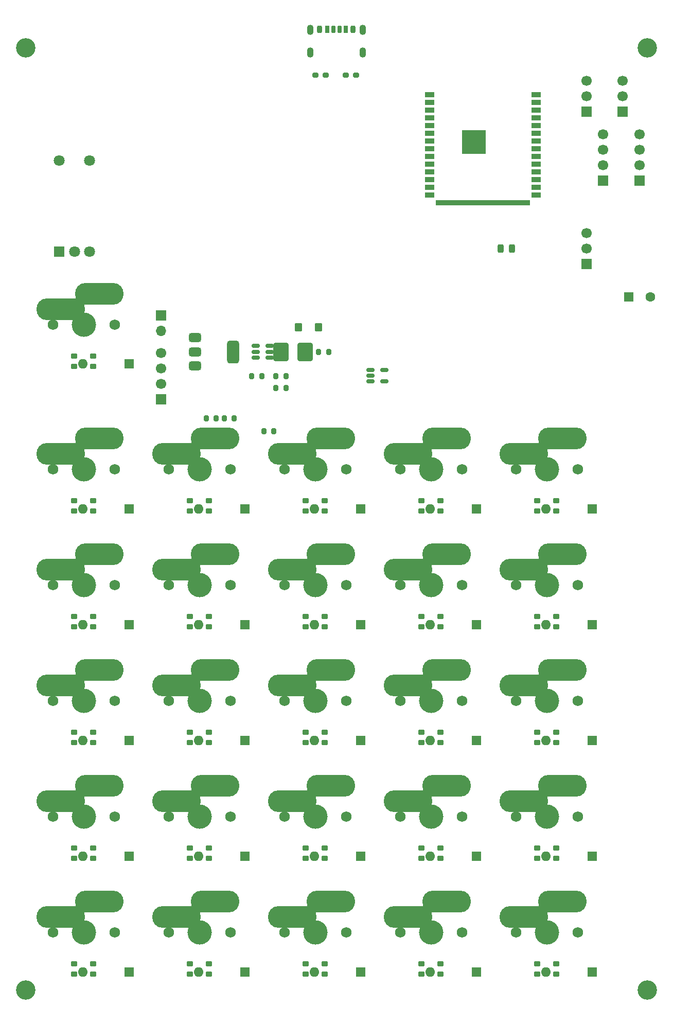
<source format=gbr>
%TF.GenerationSoftware,KiCad,Pcbnew,9.0.7*%
%TF.CreationDate,2026-03-01T07:38:40-05:00*%
%TF.ProjectId,Macropad,4d616372-6f70-4616-942e-6b696361645f,rev?*%
%TF.SameCoordinates,Original*%
%TF.FileFunction,Soldermask,Top*%
%TF.FilePolarity,Negative*%
%FSLAX46Y46*%
G04 Gerber Fmt 4.6, Leading zero omitted, Abs format (unit mm)*
G04 Created by KiCad (PCBNEW 9.0.7) date 2026-03-01 07:38:40*
%MOMM*%
%LPD*%
G01*
G04 APERTURE LIST*
G04 Aperture macros list*
%AMRoundRect*
0 Rectangle with rounded corners*
0 $1 Rounding radius*
0 $2 $3 $4 $5 $6 $7 $8 $9 X,Y pos of 4 corners*
0 Add a 4 corners polygon primitive as box body*
4,1,4,$2,$3,$4,$5,$6,$7,$8,$9,$2,$3,0*
0 Add four circle primitives for the rounded corners*
1,1,$1+$1,$2,$3*
1,1,$1+$1,$4,$5*
1,1,$1+$1,$6,$7*
1,1,$1+$1,$8,$9*
0 Add four rect primitives between the rounded corners*
20,1,$1+$1,$2,$3,$4,$5,0*
20,1,$1+$1,$4,$5,$6,$7,0*
20,1,$1+$1,$6,$7,$8,$9,0*
20,1,$1+$1,$8,$9,$2,$3,0*%
G04 Aperture macros list end*
%ADD10RoundRect,0.160000X-0.390000X-0.240000X0.390000X-0.240000X0.390000X0.240000X-0.390000X0.240000X0*%
%ADD11R,1.700000X1.700000*%
%ADD12C,1.700000*%
%ADD13C,1.750000*%
%ADD14C,4.000000*%
%ADD15O,8.000000X3.600000*%
%ADD16R,1.600000X1.600000*%
%ADD17C,1.600000*%
%ADD18C,3.200000*%
%ADD19RoundRect,0.200000X-0.200000X-0.275000X0.200000X-0.275000X0.200000X0.275000X-0.200000X0.275000X0*%
%ADD20RoundRect,0.150000X-0.512500X-0.150000X0.512500X-0.150000X0.512500X0.150000X-0.512500X0.150000X0*%
%ADD21O,1.700000X1.700000*%
%ADD22RoundRect,0.250000X-1.000000X-1.250000X1.000000X-1.250000X1.000000X1.250000X-1.000000X1.250000X0*%
%ADD23RoundRect,0.243750X-0.243750X-0.456250X0.243750X-0.456250X0.243750X0.456250X-0.243750X0.456250X0*%
%ADD24RoundRect,0.200000X0.275000X-0.200000X0.275000X0.200000X-0.275000X0.200000X-0.275000X-0.200000X0*%
%ADD25RoundRect,0.175000X-0.175000X-0.425000X0.175000X-0.425000X0.175000X0.425000X-0.175000X0.425000X0*%
%ADD26RoundRect,0.190000X0.190000X0.410000X-0.190000X0.410000X-0.190000X-0.410000X0.190000X-0.410000X0*%
%ADD27RoundRect,0.200000X0.200000X0.400000X-0.200000X0.400000X-0.200000X-0.400000X0.200000X-0.400000X0*%
%ADD28RoundRect,0.175000X0.175000X0.425000X-0.175000X0.425000X-0.175000X-0.425000X0.175000X-0.425000X0*%
%ADD29RoundRect,0.190000X-0.190000X-0.410000X0.190000X-0.410000X0.190000X0.410000X-0.190000X0.410000X0*%
%ADD30RoundRect,0.200000X-0.200000X-0.400000X0.200000X-0.400000X0.200000X0.400000X-0.200000X0.400000X0*%
%ADD31O,1.100000X1.700000*%
%ADD32RoundRect,0.240000X-0.360000X-0.460000X0.360000X-0.460000X0.360000X0.460000X-0.360000X0.460000X0*%
%ADD33RoundRect,0.375000X-0.625000X-0.375000X0.625000X-0.375000X0.625000X0.375000X-0.625000X0.375000X0*%
%ADD34RoundRect,0.500000X-0.500000X-1.400000X0.500000X-1.400000X0.500000X1.400000X-0.500000X1.400000X0*%
%ADD35R,1.800000X1.800000*%
%ADD36C,1.800000*%
%ADD37R,1.500000X0.900000*%
%ADD38R,3.900000X3.900000*%
%ADD39O,1.600000X1.600000*%
%ADD40C,0.350000*%
%ADD41O,0.600000X1.200000*%
G04 APERTURE END LIST*
D10*
%TO.C,RGB1*%
X7975000Y-14675000D03*
X11075000Y-14675000D03*
X11075000Y-16375000D03*
X7975000Y-16375000D03*
%TD*%
D11*
%TO.C,J202*%
X92250000Y25460000D03*
D12*
X92250000Y28000000D03*
X92250000Y30540000D03*
%TD*%
D13*
%TO.C,SW26*%
X80645000Y-109538000D03*
D14*
X85725000Y-109538000D03*
D13*
X90805000Y-109538000D03*
D15*
X81915000Y-106998000D03*
X88265000Y-104458000D03*
%TD*%
D13*
%TO.C,SW14*%
X42545000Y-71438000D03*
D14*
X47625000Y-71438000D03*
D13*
X52705000Y-71438000D03*
D15*
X43815000Y-68898000D03*
X50165000Y-66358000D03*
%TD*%
D16*
%TO.C,C401*%
X99250000Y-5000000D03*
D17*
X102750000Y-5000000D03*
%TD*%
D10*
%TO.C,RGB2*%
X7975000Y-38487000D03*
X11075000Y-38487000D03*
X11075000Y-40187000D03*
X7975000Y-40187000D03*
%TD*%
%TO.C,RGB26*%
X84175000Y-114688000D03*
X87275000Y-114688000D03*
X87275000Y-116388000D03*
X84175000Y-116388000D03*
%TD*%
D18*
%TO.C,H4*%
X102250000Y-119000000D03*
%TD*%
D10*
%TO.C,RGB7*%
X7975000Y-57538000D03*
X11075000Y-57538000D03*
X11075000Y-59238000D03*
X7975000Y-59238000D03*
%TD*%
%TO.C,RGB22*%
X7975000Y-114688000D03*
X11075000Y-114688000D03*
X11075000Y-116388000D03*
X7975000Y-116388000D03*
%TD*%
D19*
%TO.C,C402*%
X32675000Y-25000000D03*
X34325000Y-25000000D03*
%TD*%
D13*
%TO.C,SW10*%
X61595000Y-52388000D03*
D14*
X66675000Y-52388000D03*
D13*
X71755000Y-52388000D03*
D15*
X62865000Y-49848000D03*
X69215000Y-47308000D03*
%TD*%
D13*
%TO.C,SW23*%
X23495000Y-109538000D03*
D14*
X28575000Y-109538000D03*
D13*
X33655000Y-109538000D03*
D15*
X24765000Y-106998000D03*
X31115000Y-104458000D03*
%TD*%
D10*
%TO.C,RGB21*%
X84175000Y-95637000D03*
X87275000Y-95637000D03*
X87275000Y-97337000D03*
X84175000Y-97337000D03*
%TD*%
%TO.C,RGB15*%
X65125000Y-76588000D03*
X68225000Y-76588000D03*
X68225000Y-78288000D03*
X65125000Y-78288000D03*
%TD*%
D20*
%TO.C,U403*%
X56725000Y-17000000D03*
X56725000Y-17950000D03*
X56725000Y-18900000D03*
X59000000Y-18900000D03*
X59000000Y-17000000D03*
%TD*%
D13*
%TO.C,SW21*%
X80645000Y-90487000D03*
D14*
X85725000Y-90487000D03*
D13*
X90805000Y-90487000D03*
D15*
X81915000Y-87947000D03*
X88265000Y-85407000D03*
%TD*%
D11*
%TO.C,J303*%
X101000000Y14190000D03*
D12*
X101000000Y16730000D03*
X101000000Y19270000D03*
X101000000Y21810000D03*
%TD*%
D19*
%TO.C,C404*%
X37175000Y-18000000D03*
X38825000Y-18000000D03*
%TD*%
D13*
%TO.C,SW16*%
X80645000Y-71438000D03*
D14*
X85725000Y-71438000D03*
D13*
X90805000Y-71438000D03*
D15*
X81915000Y-68898000D03*
X88265000Y-66358000D03*
%TD*%
D10*
%TO.C,RGB23*%
X27025000Y-114688000D03*
X30125000Y-114688000D03*
X30125000Y-116388000D03*
X27025000Y-116388000D03*
%TD*%
D11*
%TO.C,J301*%
X92250000Y460000D03*
D12*
X92250000Y3000000D03*
X92250000Y5540000D03*
%TD*%
D10*
%TO.C,RGB16*%
X84175000Y-76588000D03*
X87275000Y-76588000D03*
X87275000Y-78288000D03*
X84175000Y-78288000D03*
%TD*%
D19*
%TO.C,R404*%
X39175000Y-27050000D03*
X40825000Y-27050000D03*
%TD*%
D10*
%TO.C,RGB8*%
X27025000Y-57538000D03*
X30125000Y-57538000D03*
X30125000Y-59238000D03*
X27025000Y-59238000D03*
%TD*%
D18*
%TO.C,H2*%
X102250000Y36000000D03*
%TD*%
D20*
%TO.C,U404*%
X37862500Y-13050000D03*
X37862500Y-14000000D03*
X37862500Y-14950000D03*
X40137500Y-14950000D03*
X40137500Y-14000000D03*
X40137500Y-13050000D03*
%TD*%
D13*
%TO.C,SW11*%
X80645000Y-52388000D03*
D14*
X85725000Y-52388000D03*
D13*
X90805000Y-52388000D03*
D15*
X81915000Y-49848000D03*
X88265000Y-47308000D03*
%TD*%
D11*
%TO.C,J400*%
X22250000Y-8000000D03*
D21*
X22250000Y-10540000D03*
%TD*%
D10*
%TO.C,RGB14*%
X46075000Y-76588000D03*
X49175000Y-76588000D03*
X49175000Y-78288000D03*
X46075000Y-78288000D03*
%TD*%
D19*
%TO.C,C405*%
X48175000Y-14000000D03*
X49825000Y-14000000D03*
%TD*%
D13*
%TO.C,SW5*%
X61595000Y-33337000D03*
D14*
X66675000Y-33337000D03*
D13*
X71755000Y-33337000D03*
D15*
X62865000Y-30797000D03*
X69215000Y-28257000D03*
%TD*%
D13*
%TO.C,SW24*%
X42545000Y-109538000D03*
D14*
X47625000Y-109538000D03*
D13*
X52705000Y-109538000D03*
D15*
X43815000Y-106998000D03*
X50165000Y-104458000D03*
%TD*%
D22*
%TO.C,L401*%
X42000000Y-14000000D03*
X46000000Y-14000000D03*
%TD*%
D10*
%TO.C,RGB9*%
X46075000Y-57538000D03*
X49175000Y-57538000D03*
X49175000Y-59238000D03*
X46075000Y-59238000D03*
%TD*%
D23*
%TO.C,R401*%
X78122500Y3000000D03*
X79997500Y3000000D03*
%TD*%
D10*
%TO.C,RGB18*%
X27025000Y-95637000D03*
X30125000Y-95637000D03*
X30125000Y-97337000D03*
X27025000Y-97337000D03*
%TD*%
%TO.C,RGB6*%
X84175000Y-38487000D03*
X87275000Y-38487000D03*
X87275000Y-40187000D03*
X84175000Y-40187000D03*
%TD*%
D24*
%TO.C,R403*%
X52675000Y31500000D03*
X54325000Y31500000D03*
%TD*%
D19*
%TO.C,C403*%
X29675000Y-25000000D03*
X31325000Y-25000000D03*
%TD*%
D10*
%TO.C,RGB13*%
X27025000Y-76588000D03*
X30125000Y-76588000D03*
X30125000Y-78288000D03*
X27025000Y-78288000D03*
%TD*%
%TO.C,RGB11*%
X84175000Y-57538000D03*
X87275000Y-57538000D03*
X87275000Y-59238000D03*
X84175000Y-59238000D03*
%TD*%
D13*
%TO.C,SW19*%
X42545000Y-90487000D03*
D14*
X47625000Y-90487000D03*
D13*
X52705000Y-90487000D03*
D15*
X43815000Y-87947000D03*
X50165000Y-85407000D03*
%TD*%
D13*
%TO.C,SW25*%
X61595000Y-109538000D03*
D14*
X66675000Y-109538000D03*
D13*
X71755000Y-109538000D03*
D15*
X62865000Y-106998000D03*
X69215000Y-104458000D03*
%TD*%
D13*
%TO.C,SW7*%
X4445000Y-52388000D03*
D14*
X9525000Y-52388000D03*
D13*
X14605000Y-52388000D03*
D15*
X5715000Y-49848000D03*
X12065000Y-47308000D03*
%TD*%
D18*
%TO.C,H3*%
X0Y-119000000D03*
%TD*%
D10*
%TO.C,RGB25*%
X65125000Y-114688000D03*
X68225000Y-114688000D03*
X68225000Y-116388000D03*
X65125000Y-116388000D03*
%TD*%
D19*
%TO.C,R406*%
X41175000Y-20000000D03*
X42825000Y-20000000D03*
%TD*%
D13*
%TO.C,SW22*%
X4445000Y-109538000D03*
D14*
X9525000Y-109538000D03*
D13*
X14605000Y-109538000D03*
D15*
X5715000Y-106998000D03*
X12065000Y-104458000D03*
%TD*%
D13*
%TO.C,SW1*%
X4445000Y-9525000D03*
D14*
X9525000Y-9525000D03*
D13*
X14605000Y-9525000D03*
D15*
X5715000Y-6985000D03*
X12065000Y-4445000D03*
%TD*%
D18*
%TO.C,H1*%
X0Y36000000D03*
%TD*%
D13*
%TO.C,SW15*%
X61595000Y-71438000D03*
D14*
X66675000Y-71438000D03*
D13*
X71755000Y-71438000D03*
D15*
X62865000Y-68898000D03*
X69215000Y-66358000D03*
%TD*%
D25*
%TO.C,J402*%
X50625000Y39080000D03*
D26*
X52645000Y39080000D03*
D27*
X53875000Y39080000D03*
D28*
X51625000Y39080000D03*
D29*
X49605000Y39080000D03*
D30*
X48375000Y39080000D03*
D31*
X46805000Y39000000D03*
X46805000Y35200000D03*
X55445000Y39000000D03*
X55445000Y35200000D03*
%TD*%
D11*
%TO.C,J302*%
X95000000Y14190000D03*
D12*
X95000000Y16730000D03*
X95000000Y19270000D03*
X95000000Y21810000D03*
%TD*%
D13*
%TO.C,SW3*%
X23495000Y-33337000D03*
D14*
X28575000Y-33337000D03*
D13*
X33655000Y-33337000D03*
D15*
X24765000Y-30797000D03*
X31115000Y-28257000D03*
%TD*%
D13*
%TO.C,SW17*%
X4445000Y-90487000D03*
D14*
X9525000Y-90487000D03*
D13*
X14605000Y-90487000D03*
D15*
X5715000Y-87947000D03*
X12065000Y-85407000D03*
%TD*%
D10*
%TO.C,RGB3*%
X27025000Y-38487000D03*
X30125000Y-38487000D03*
X30125000Y-40187000D03*
X27025000Y-40187000D03*
%TD*%
%TO.C,RGB4*%
X46075000Y-38487000D03*
X49175000Y-38487000D03*
X49175000Y-40187000D03*
X46075000Y-40187000D03*
%TD*%
%TO.C,RGB5*%
X65125000Y-38487000D03*
X68225000Y-38487000D03*
X68225000Y-40187000D03*
X65125000Y-40187000D03*
%TD*%
D11*
%TO.C,J201*%
X98250000Y25460000D03*
D12*
X98250000Y28000000D03*
X98250000Y30540000D03*
%TD*%
D13*
%TO.C,SW18*%
X23495000Y-90487000D03*
D14*
X28575000Y-90487000D03*
D13*
X33655000Y-90487000D03*
D15*
X24765000Y-87947000D03*
X31115000Y-85407000D03*
%TD*%
D32*
%TO.C,D401*%
X44850000Y-10000000D03*
X48150000Y-10000000D03*
%TD*%
D33*
%TO.C,U402*%
X27850000Y-11700000D03*
X27850000Y-14000000D03*
D34*
X34150000Y-14000000D03*
D33*
X27850000Y-16300000D03*
%TD*%
D13*
%TO.C,SW9*%
X42545000Y-52388000D03*
D14*
X47625000Y-52388000D03*
D13*
X52705000Y-52388000D03*
D15*
X43815000Y-49848000D03*
X50165000Y-47308000D03*
%TD*%
D13*
%TO.C,SW8*%
X23495000Y-52388000D03*
D14*
X28575000Y-52388000D03*
D13*
X33655000Y-52388000D03*
D15*
X24765000Y-49848000D03*
X31115000Y-47308000D03*
%TD*%
D19*
%TO.C,R405*%
X41175000Y-18000000D03*
X42825000Y-18000000D03*
%TD*%
D13*
%TO.C,SW13*%
X23495000Y-71438000D03*
D14*
X28575000Y-71438000D03*
D13*
X33655000Y-71438000D03*
D15*
X24765000Y-68898000D03*
X31115000Y-66358000D03*
%TD*%
D13*
%TO.C,SW6*%
X80645000Y-33337000D03*
D14*
X85725000Y-33337000D03*
D13*
X90805000Y-33337000D03*
D15*
X81915000Y-30797000D03*
X88265000Y-28257000D03*
%TD*%
D10*
%TO.C,RGB17*%
X7975000Y-95637000D03*
X11075000Y-95637000D03*
X11075000Y-97337000D03*
X7975000Y-97337000D03*
%TD*%
%TO.C,RGB24*%
X46075000Y-114688000D03*
X49175000Y-114688000D03*
X49175000Y-116388000D03*
X46075000Y-116388000D03*
%TD*%
D11*
%TO.C,J401*%
X22250000Y-21810000D03*
D12*
X22250000Y-19270000D03*
X22250000Y-16730000D03*
X22250000Y-14190000D03*
%TD*%
D10*
%TO.C,RGB12*%
X7975000Y-76588000D03*
X11075000Y-76588000D03*
X11075000Y-78288000D03*
X7975000Y-78288000D03*
%TD*%
%TO.C,RGB10*%
X65125000Y-57538000D03*
X68225000Y-57538000D03*
X68225000Y-59238000D03*
X65125000Y-59238000D03*
%TD*%
%TO.C,RGB19*%
X46075000Y-95637000D03*
X49175000Y-95637000D03*
X49175000Y-97337000D03*
X46075000Y-97337000D03*
%TD*%
D13*
%TO.C,SW4*%
X42545000Y-33337000D03*
D14*
X47625000Y-33337000D03*
D13*
X52705000Y-33337000D03*
D15*
X43815000Y-30797000D03*
X50165000Y-28257000D03*
%TD*%
D13*
%TO.C,SW12*%
X4445000Y-71438000D03*
D14*
X9525000Y-71438000D03*
D13*
X14605000Y-71438000D03*
D15*
X5715000Y-68898000D03*
X12065000Y-66358000D03*
%TD*%
D10*
%TO.C,RGB20*%
X65125000Y-95637000D03*
X68225000Y-95637000D03*
X68225000Y-97337000D03*
X65125000Y-97337000D03*
%TD*%
D35*
%TO.C,SW401*%
X5500000Y2500000D03*
D36*
X10500000Y2500000D03*
X8000000Y2500000D03*
X5500000Y17500000D03*
X10500000Y17500000D03*
%TD*%
D13*
%TO.C,SW20*%
X61595000Y-90487000D03*
D14*
X66675000Y-90487000D03*
D13*
X71755000Y-90487000D03*
D15*
X62865000Y-87947000D03*
X69215000Y-85407000D03*
%TD*%
D37*
%TO.C,U901*%
X66500000Y28260000D03*
X66500000Y26990000D03*
X66500000Y25720000D03*
X66500000Y24450000D03*
X66500000Y23180000D03*
X66500000Y21910000D03*
X66500000Y20640000D03*
X66500000Y19370000D03*
X66500000Y18100000D03*
X66500000Y16830000D03*
X66500000Y15560000D03*
X66500000Y14290000D03*
X66500000Y13020000D03*
X66500000Y11750000D03*
X68265000Y10500000D03*
X69535000Y10500000D03*
X70805000Y10500000D03*
X72075000Y10500000D03*
X73345000Y10500000D03*
X74615000Y10500000D03*
X75885000Y10500000D03*
X77155000Y10500000D03*
X78425000Y10500000D03*
X79695000Y10500000D03*
X80965000Y10500000D03*
X82235000Y10500000D03*
X84000000Y11750000D03*
X84000000Y13020000D03*
X84000000Y14290000D03*
X84000000Y15560000D03*
X84000000Y16830000D03*
X84000000Y18100000D03*
X84000000Y19370000D03*
X84000000Y20640000D03*
X84000000Y21910000D03*
X84000000Y23180000D03*
X84000000Y24450000D03*
X84000000Y25720000D03*
X84000000Y26990000D03*
X84000000Y28260000D03*
D38*
X73750000Y20540000D03*
%TD*%
D24*
%TO.C,R402*%
X47675000Y31500000D03*
X49325000Y31500000D03*
%TD*%
D13*
%TO.C,SW2*%
X4445000Y-33337000D03*
D14*
X9525000Y-33337000D03*
D13*
X14605000Y-33337000D03*
D15*
X5715000Y-30797000D03*
X12065000Y-28257000D03*
%TD*%
D16*
%TO.C,D13*%
X36075000Y-77938000D03*
D39*
X28455000Y-77938000D03*
%TD*%
D16*
%TO.C,D14*%
X55125000Y-77938000D03*
D39*
X47505000Y-77938000D03*
%TD*%
D16*
%TO.C,D16*%
X93225000Y-77938000D03*
D39*
X85605000Y-77938000D03*
%TD*%
D16*
%TO.C,D9*%
X55125000Y-58888000D03*
D39*
X47505000Y-58888000D03*
%TD*%
D16*
%TO.C,D1*%
X17025000Y-16025000D03*
D39*
X9405000Y-16025000D03*
%TD*%
D16*
%TO.C,D10*%
X74175000Y-58888000D03*
D39*
X66555000Y-58888000D03*
%TD*%
D16*
%TO.C,D5*%
X74175000Y-39837000D03*
D39*
X66555000Y-39837000D03*
%TD*%
D16*
%TO.C,D4*%
X55125000Y-39837000D03*
D39*
X47505000Y-39837000D03*
%TD*%
D16*
%TO.C,D6*%
X93225000Y-39837000D03*
D39*
X85605000Y-39837000D03*
%TD*%
D16*
%TO.C,D2*%
X17025000Y-39837000D03*
D39*
X9405000Y-39837000D03*
%TD*%
D16*
%TO.C,D23*%
X36075000Y-116038000D03*
D39*
X28455000Y-116038000D03*
%TD*%
D16*
%TO.C,D3*%
X36075000Y-39837000D03*
D39*
X28455000Y-39837000D03*
%TD*%
D16*
%TO.C,D19*%
X55125000Y-96987000D03*
D39*
X47505000Y-96987000D03*
%TD*%
D16*
%TO.C,D24*%
X55125000Y-116038000D03*
D39*
X47505000Y-116038000D03*
%TD*%
D16*
%TO.C,D15*%
X74175000Y-77938000D03*
D39*
X66555000Y-77938000D03*
%TD*%
D16*
%TO.C,D25*%
X74175000Y-116038000D03*
D39*
X66555000Y-116038000D03*
%TD*%
D16*
%TO.C,D18*%
X36075000Y-96987000D03*
D39*
X28455000Y-96987000D03*
%TD*%
D16*
%TO.C,D12*%
X17025000Y-77938000D03*
D39*
X9405000Y-77938000D03*
%TD*%
D16*
%TO.C,D8*%
X36075000Y-58888000D03*
D39*
X28455000Y-58888000D03*
%TD*%
D16*
%TO.C,D21*%
X93225000Y-96987000D03*
D39*
X85605000Y-96987000D03*
%TD*%
D16*
%TO.C,D26*%
X93225000Y-116038000D03*
D39*
X85605000Y-116038000D03*
%TD*%
D16*
%TO.C,D11*%
X93225000Y-58888000D03*
D39*
X85605000Y-58888000D03*
%TD*%
D16*
%TO.C,D7*%
X17025000Y-58888000D03*
D39*
X9405000Y-58888000D03*
%TD*%
D16*
%TO.C,D22*%
X17025000Y-116038000D03*
D39*
X9405000Y-116038000D03*
%TD*%
D16*
%TO.C,D17*%
X17025000Y-96987000D03*
D39*
X9405000Y-96987000D03*
%TD*%
D16*
%TO.C,D20*%
X74175000Y-96987000D03*
D39*
X66555000Y-96987000D03*
%TD*%
D40*
X92250000Y25460000D03*
X92250000Y28000000D03*
X92250000Y30540000D03*
X80645000Y-109538000D03*
X85725000Y-109538000D03*
X90805000Y-109538000D03*
X81915000Y-106998000D03*
X88265000Y-104458000D03*
X42545000Y-71438000D03*
X47625000Y-71438000D03*
X52705000Y-71438000D03*
X43815000Y-68898000D03*
X50165000Y-66358000D03*
X99250000Y-5000000D03*
X102750000Y-5000000D03*
X102250000Y-119000000D03*
X61595000Y-52388000D03*
X66675000Y-52388000D03*
X71755000Y-52388000D03*
X62865000Y-49848000D03*
X69215000Y-47308000D03*
X23495000Y-109538000D03*
X28575000Y-109538000D03*
X33655000Y-109538000D03*
X24765000Y-106998000D03*
X31115000Y-104458000D03*
X80645000Y-90487000D03*
X85725000Y-90487000D03*
X90805000Y-90487000D03*
X81915000Y-87947000D03*
X88265000Y-85407000D03*
X101000000Y14190000D03*
X101000000Y16730000D03*
X101000000Y19270000D03*
X101000000Y21810000D03*
X80645000Y-71438000D03*
X85725000Y-71438000D03*
X90805000Y-71438000D03*
X81915000Y-68898000D03*
X88265000Y-66358000D03*
X92250000Y460000D03*
X92250000Y3000000D03*
X92250000Y5540000D03*
X102250000Y36000000D03*
X80645000Y-52388000D03*
X85725000Y-52388000D03*
X90805000Y-52388000D03*
X81915000Y-49848000D03*
X88265000Y-47308000D03*
X22250000Y-8000000D03*
X22250000Y-10540000D03*
X61595000Y-33337000D03*
X66675000Y-33337000D03*
X71755000Y-33337000D03*
X62865000Y-30797000D03*
X69215000Y-28257000D03*
X42545000Y-109538000D03*
X47625000Y-109538000D03*
X52705000Y-109538000D03*
X43815000Y-106998000D03*
X50165000Y-104458000D03*
X42545000Y-90487000D03*
X47625000Y-90487000D03*
X52705000Y-90487000D03*
X43815000Y-87947000D03*
X50165000Y-85407000D03*
X61595000Y-109538000D03*
X66675000Y-109538000D03*
X71755000Y-109538000D03*
X62865000Y-106998000D03*
X69215000Y-104458000D03*
X4445000Y-52388000D03*
X9525000Y-52388000D03*
X14605000Y-52388000D03*
X5715000Y-49848000D03*
X12065000Y-47308000D03*
X0Y-119000000D03*
X4445000Y-109538000D03*
X9525000Y-109538000D03*
X14605000Y-109538000D03*
X5715000Y-106998000D03*
X12065000Y-104458000D03*
X4445000Y-9525000D03*
X9525000Y-9525000D03*
X14605000Y-9525000D03*
X5715000Y-6985000D03*
X12065000Y-4445000D03*
X0Y36000000D03*
X61595000Y-71438000D03*
X66675000Y-71438000D03*
X71755000Y-71438000D03*
X62865000Y-68898000D03*
X69215000Y-66358000D03*
D41*
X46805000Y39000000D03*
X46805000Y35200000D03*
X55445000Y39000000D03*
X55445000Y35200000D03*
D40*
X95000000Y14190000D03*
X95000000Y16730000D03*
X95000000Y19270000D03*
X95000000Y21810000D03*
X23495000Y-33337000D03*
X28575000Y-33337000D03*
X33655000Y-33337000D03*
X24765000Y-30797000D03*
X31115000Y-28257000D03*
X4445000Y-90487000D03*
X9525000Y-90487000D03*
X14605000Y-90487000D03*
X5715000Y-87947000D03*
X12065000Y-85407000D03*
X98250000Y25460000D03*
X98250000Y28000000D03*
X98250000Y30540000D03*
X23495000Y-90487000D03*
X28575000Y-90487000D03*
X33655000Y-90487000D03*
X24765000Y-87947000D03*
X31115000Y-85407000D03*
X42545000Y-52388000D03*
X47625000Y-52388000D03*
X52705000Y-52388000D03*
X43815000Y-49848000D03*
X50165000Y-47308000D03*
X23495000Y-52388000D03*
X28575000Y-52388000D03*
X33655000Y-52388000D03*
X24765000Y-49848000D03*
X31115000Y-47308000D03*
X23495000Y-71438000D03*
X28575000Y-71438000D03*
X33655000Y-71438000D03*
X24765000Y-68898000D03*
X31115000Y-66358000D03*
X80645000Y-33337000D03*
X85725000Y-33337000D03*
X90805000Y-33337000D03*
X81915000Y-30797000D03*
X88265000Y-28257000D03*
X22250000Y-21810000D03*
X22250000Y-19270000D03*
X22250000Y-16730000D03*
X22250000Y-14190000D03*
X42545000Y-33337000D03*
X47625000Y-33337000D03*
X52705000Y-33337000D03*
X43815000Y-30797000D03*
X50165000Y-28257000D03*
X4445000Y-71438000D03*
X9525000Y-71438000D03*
X14605000Y-71438000D03*
X5715000Y-68898000D03*
X12065000Y-66358000D03*
X5500000Y2500000D03*
X10500000Y2500000D03*
X8000000Y2500000D03*
X5500000Y17500000D03*
X10500000Y17500000D03*
X61595000Y-90487000D03*
X66675000Y-90487000D03*
X71755000Y-90487000D03*
X62865000Y-87947000D03*
X69215000Y-85407000D03*
X4445000Y-33337000D03*
X9525000Y-33337000D03*
X14605000Y-33337000D03*
X5715000Y-30797000D03*
X12065000Y-28257000D03*
X36075000Y-77938000D03*
X28455000Y-77938000D03*
X55125000Y-77938000D03*
X47505000Y-77938000D03*
X93225000Y-77938000D03*
X85605000Y-77938000D03*
X55125000Y-58888000D03*
X47505000Y-58888000D03*
X17025000Y-16025000D03*
X9405000Y-16025000D03*
X74175000Y-58888000D03*
X66555000Y-58888000D03*
X74175000Y-39837000D03*
X66555000Y-39837000D03*
X55125000Y-39837000D03*
X47505000Y-39837000D03*
X93225000Y-39837000D03*
X85605000Y-39837000D03*
X17025000Y-39837000D03*
X9405000Y-39837000D03*
X36075000Y-116038000D03*
X28455000Y-116038000D03*
X36075000Y-39837000D03*
X28455000Y-39837000D03*
X55125000Y-96987000D03*
X47505000Y-96987000D03*
X55125000Y-116038000D03*
X47505000Y-116038000D03*
X74175000Y-77938000D03*
X66555000Y-77938000D03*
X74175000Y-116038000D03*
X66555000Y-116038000D03*
X36075000Y-96987000D03*
X28455000Y-96987000D03*
X17025000Y-77938000D03*
X9405000Y-77938000D03*
X36075000Y-58888000D03*
X28455000Y-58888000D03*
X93225000Y-96987000D03*
X85605000Y-96987000D03*
X93225000Y-116038000D03*
X85605000Y-116038000D03*
X93225000Y-58888000D03*
X85605000Y-58888000D03*
X17025000Y-58888000D03*
X9405000Y-58888000D03*
X17025000Y-116038000D03*
X9405000Y-116038000D03*
X17025000Y-96987000D03*
X9405000Y-96987000D03*
X74175000Y-96987000D03*
X66555000Y-96987000D03*
M02*

</source>
